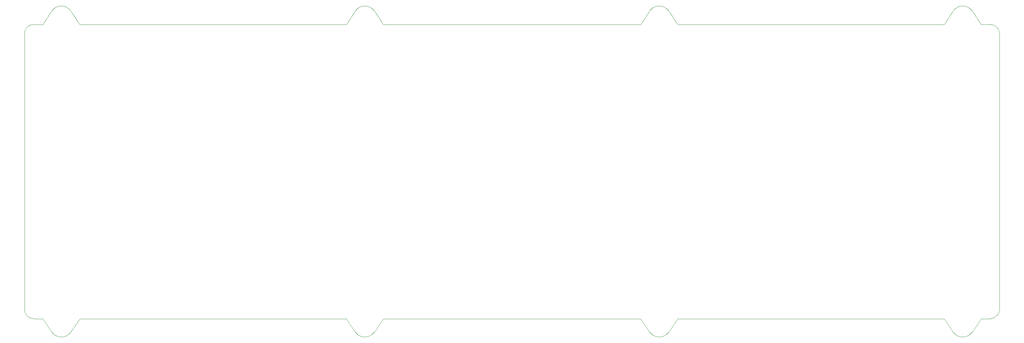
<source format=gbr>
G04 #@! TF.GenerationSoftware,KiCad,Pcbnew,(5.1.4-0)*
G04 #@! TF.CreationDate,2021-10-30T11:07:22-05:00*
G04 #@! TF.ProjectId,bottom_plate,626f7474-6f6d-45f7-906c-6174652e6b69,rev?*
G04 #@! TF.SameCoordinates,Original*
G04 #@! TF.FileFunction,Profile,NP*
%FSLAX46Y46*%
G04 Gerber Fmt 4.6, Leading zero omitted, Abs format (unit mm)*
G04 Created by KiCad (PCBNEW (5.1.4-0)) date 2021-10-30 11:07:22*
%MOMM*%
%LPD*%
G04 APERTURE LIST*
%ADD10C,0.050000*%
G04 APERTURE END LIST*
D10*
X313160882Y-120240760D02*
G75*
G02X308398386Y-120240760I-2381248J1785936D01*
G01*
X308398386Y-120240760D02*
X306017138Y-116668888D01*
X313160882Y-120240760D02*
X315542130Y-116668888D01*
X236960946Y-120240760D02*
G75*
G02X232198450Y-120240760I-2381248J1785936D01*
G01*
X232198450Y-120240760D02*
X229817202Y-116668888D01*
X236960946Y-120240760D02*
X239342194Y-116668888D01*
X158379762Y-120240760D02*
G75*
G02X153617266Y-120240760I-2381248J1785936D01*
G01*
X153617266Y-120240760D02*
X151236018Y-116668888D01*
X158379762Y-120240760D02*
X160761010Y-116668888D01*
X153617266Y-36897080D02*
G75*
G02X158379762Y-36897080I2381248J-1785936D01*
G01*
X158379762Y-36897080D02*
X160761010Y-40468952D01*
X153617266Y-36897080D02*
X151236018Y-40468952D01*
X232198450Y-36897080D02*
G75*
G02X236960946Y-36897080I2381248J-1785936D01*
G01*
X236960946Y-36897080D02*
X239342194Y-40468952D01*
X232198450Y-36897080D02*
X229817202Y-40468952D01*
X308398386Y-36897080D02*
G75*
G02X313160882Y-36897080I2381248J-1785936D01*
G01*
X313160882Y-36897080D02*
X315542130Y-40468952D01*
X308398386Y-36897080D02*
X306017138Y-40468952D01*
X386979570Y-36897080D02*
G75*
G02X391742066Y-36897080I2381248J-1785936D01*
G01*
X391742066Y-36897080D02*
X394123314Y-40468952D01*
X386979570Y-36897080D02*
X384598322Y-40468952D01*
X386979570Y-120240760D02*
X384598322Y-116668888D01*
X391742066Y-120240760D02*
X394123314Y-116668888D01*
X391742066Y-120240760D02*
G75*
G02X386979570Y-120240760I-2381248J1785936D01*
G01*
X146473290Y-42850140D02*
G75*
G02X148854550Y-40468880I2381260J0D01*
G01*
X151236018Y-40468952D02*
X148854550Y-40468880D01*
X394123314Y-116668888D02*
X396505150Y-116669080D01*
X315542190Y-116669016D02*
X384598322Y-116668888D01*
X239342194Y-116668888D02*
X306017138Y-116669016D01*
X160761010Y-116669016D02*
X229817202Y-116668888D01*
X148854110Y-116669080D02*
X151236018Y-116668888D01*
X146472850Y-42850140D02*
X146472850Y-114287820D01*
X229817202Y-40468952D02*
X160761010Y-40468952D01*
X306017138Y-40468888D02*
X239342194Y-40468952D01*
X384598322Y-40468952D02*
X315542130Y-40468952D01*
X396505150Y-40468760D02*
X394123314Y-40468952D01*
X398886410Y-114287820D02*
X398886410Y-42850020D01*
X396505150Y-40468760D02*
G75*
G02X398886410Y-42850020I0J-2381260D01*
G01*
X398886410Y-114287820D02*
G75*
G02X396505150Y-116669080I-2381260J0D01*
G01*
X148854110Y-116669080D02*
G75*
G02X146472850Y-114287820I0J2381260D01*
G01*
M02*

</source>
